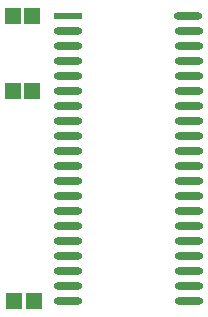
<source format=gtp>
G04 Layer_Color=7318015*
%FSLAX24Y24*%
%MOIN*%
G70*
G01*
G75*
%ADD10R,0.0532X0.0571*%
%ADD11R,0.0945X0.0236*%
%ADD12O,0.0945X0.0236*%
D10*
X28075Y28450D02*
D03*
X27425D02*
D03*
X28025Y37950D02*
D03*
X27375D02*
D03*
X28025Y35450D02*
D03*
X27375D02*
D03*
D11*
X29200Y37950D02*
D03*
D12*
Y37450D02*
D03*
Y36950D02*
D03*
Y36450D02*
D03*
Y35950D02*
D03*
Y35450D02*
D03*
Y34950D02*
D03*
Y34450D02*
D03*
Y33950D02*
D03*
Y33450D02*
D03*
Y32950D02*
D03*
Y32450D02*
D03*
Y31950D02*
D03*
Y31450D02*
D03*
Y30950D02*
D03*
Y30450D02*
D03*
Y29950D02*
D03*
Y29450D02*
D03*
Y28950D02*
D03*
Y28450D02*
D03*
X33250D02*
D03*
X33200Y37950D02*
D03*
X33250Y37450D02*
D03*
Y36950D02*
D03*
Y36450D02*
D03*
Y35950D02*
D03*
Y35450D02*
D03*
Y34950D02*
D03*
Y34450D02*
D03*
Y33950D02*
D03*
Y33450D02*
D03*
Y32950D02*
D03*
Y32450D02*
D03*
Y31950D02*
D03*
Y31450D02*
D03*
Y30950D02*
D03*
Y30450D02*
D03*
Y29950D02*
D03*
Y29450D02*
D03*
Y28950D02*
D03*
M02*

</source>
